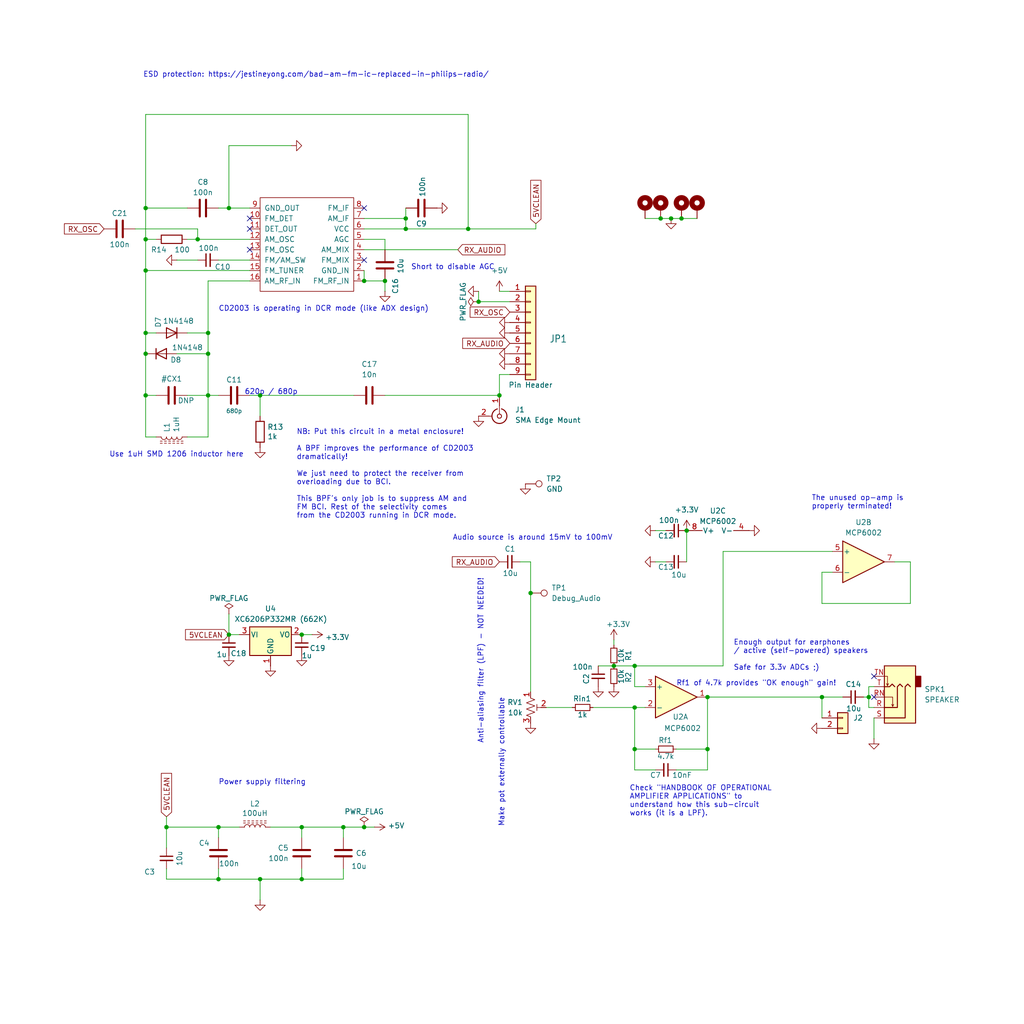
<source format=kicad_sch>
(kicad_sch (version 20231120) (generator "eeschema") (generator_version "8.0")
  (paper "User" 250.012 250.012)
  (title_block (title "Breakout board (BoB) for CD2003 (DCR Mode)") (date "2024-03-20") (rev "v4") (company "Dhiru Kholia (VU3CER)") (comment 1 "Based on ADX and ADX-S designs"))
  (lib_symbols
    (symbol "Amplifier_Operational:MCP6022" (pin_names (offset 0.127))
      (property "Reference" "U" (at 0 5.08 0))
      (property "Value" "MCP6022" (at 0 -5.08 0))
      (symbol "MCP6022_1_1"
        (polyline (pts (xy -5.08 5.08) (xy 5.08 0) (xy -5.08 -5.08) (xy -5.08 5.08)) (stroke (width 0.254)) (fill (type background)))
        (pin output line (at 7.62 0 180) (length 2.54) (name "~") (number "1"))
        (pin input line (at -7.62 -2.54 0) (length 2.54) (name "-") (number "2"))
        (pin input line (at -7.62 2.54 0) (length 2.54) (name "+") (number "3"))
      )
      (symbol "MCP6022_2_1"
        (polyline (pts (xy -5.08 5.08) (xy 5.08 0) (xy -5.08 -5.08) (xy -5.08 5.08)) (stroke (width 0.254)) (fill (type background)))
        (pin input line (at -7.62 2.54 0) (length 2.54) (name "+") (number "5"))
        (pin input line (at -7.62 -2.54 0) (length 2.54) (name "-") (number "6"))
        (pin output line (at 7.62 0 180) (length 2.54) (name "~") (number "7"))
      )
      (symbol "MCP6022_3_1"
        (pin power_in line (at -2.54 -7.62 90) (length 3.81) (name "V-") (number "4"))
        (pin power_in line (at -2.54 7.62 270) (length 3.81) (name "V+") (number "8"))
      )
    )
    (symbol "Connector:Conn_Coaxial" (pin_names (offset 1.016) hide)
      (property "Reference" "J" (at 0.254 3.048 0))
      (property "Value" "Conn_Coaxial" (at 2.921 0 90))
      (symbol "Conn_Coaxial_0_1"
        (arc (start -1.778 -0.508) (mid 0.2311 -1.8066) (end 1.778 0) (stroke (width 0.254)))
        (polyline (pts (xy -2.54 0) (xy -0.508 0)))
        (polyline (pts (xy 0 -2.54) (xy 0 -1.778)))
        (circle (center 0 0) (radius 0.508) (stroke (width 0.2032)))
        (arc (start 1.778 0) (mid 0.2099 1.8101) (end -1.778 0.508) (stroke (width 0.254)))
      )
      (symbol "Conn_Coaxial_1_1"
        (pin passive line (at -5.08 0 0) (length 2.54) (name "In") (number "1"))
        (pin passive line (at 0 -5.08 90) (length 2.54) (name "Ext") (number "2"))
      )
    )
    (symbol "Connector:TestPoint" (pin_numbers hide) (pin_names (offset 0.762) hide)
      (property "Reference" "TP" (at 0 6.858 0))
      (property "Value" "TestPoint" (at 0 5.08 0))
      (symbol "TestPoint_0_1"
        (circle (center 0 3.302) (radius 0.762))
      )
      (symbol "TestPoint_1_1"
        (pin passive line (at 0 0 90) (length 2.54) (name "1") (number "1"))
      )
    )
    (symbol "Connector_Audio:AudioJack3_SwitchTR"
      (property "Reference" "J" (at 0 8.89 0))
      (property "Value" "AudioJack3_SwitchTR" (at 0 6.35 0))
      (symbol "AudioJack3_SwitchTR_0_1"
        (rectangle (start -5.08 -5.08) (end -6.35 -7.62) (stroke (width 0.254)) (fill (type outline)))
        (polyline (pts (xy 0.508 -0.254) (xy 0.762 -0.762)))
        (polyline (pts (xy 1.778 -5.334) (xy 2.032 -5.842)))
        (polyline (pts (xy 0 -5.08) (xy 0.635 -5.715) (xy 1.27 -5.08) (xy 2.54 -5.08)) (stroke (width 0.254)))
        (polyline (pts (xy 2.54 -7.62) (xy 1.778 -7.62) (xy 1.778 -5.334) (xy 1.524 -5.842)))
        (polyline (pts (xy 2.54 -2.54) (xy 0.508 -2.54) (xy 0.508 -0.254) (xy 0.254 -0.762)))
        (polyline (pts (xy -1.905 -5.08) (xy -1.27 -5.715) (xy -0.635 -5.08) (xy -0.635 0) (xy 2.54 0)) (stroke (width 0.254)))
        (polyline (pts (xy 2.54 2.54) (xy -2.54 2.54) (xy -2.54 -5.08) (xy -3.175 -5.715) (xy -3.81 -5.08)) (stroke (width 0.254)))
        (rectangle (start 2.54 3.81) (end -5.08 -10.16) (stroke (width 0.254)) (fill (type background)))
      )
      (symbol "AudioJack3_SwitchTR_1_1"
        (pin passive line (at 5.08 0 180) (length 2.54) (name "~") (number "R"))
        (pin passive line (at 5.08 -2.54 180) (length 2.54) (name "~") (number "RN"))
        (pin passive line (at 5.08 2.54 180) (length 2.54) (name "~") (number "S"))
        (pin passive line (at 5.08 -5.08 180) (length 2.54) (name "~") (number "T"))
        (pin passive line (at 5.08 -7.62 180) (length 2.54) (name "~") (number "TN"))
      )
    )
    (symbol "Connector_Generic:Conn_01x02" (pin_names (offset 1.016) hide)
      (property "Reference" "J" (at 0 2.54 0))
      (property "Value" "Conn_01x02" (at 0 -5.08 0))
      (symbol "Conn_01x02_1_1"
        (rectangle (start -1.27 -2.413) (end 0 -2.667) (stroke (width 0.1524)))
        (rectangle (start -1.27 0.127) (end 0 -0.127) (stroke (width 0.1524)))
        (rectangle (start -1.27 1.27) (end 1.27 -3.81) (stroke (width 0.254)) (fill (type background)))
        (pin passive line (at -5.08 0 0) (length 3.81) (name "Pin_1") (number "1"))
        (pin passive line (at -5.08 -2.54 0) (length 3.81) (name "Pin_2") (number "2"))
      )
    )
    (symbol "Connector_Generic:Conn_01x09" (pin_names (offset 1.016) hide)
      (property "Reference" "J" (at 0 12.7 0))
      (property "Value" "Conn_01x09" (at 0 -12.7 0))
      (symbol "Conn_01x09_1_1"
        (rectangle (start -1.27 -10.033) (end 0 -10.287) (stroke (width 0.1524)))
        (rectangle (start -1.27 -7.493) (end 0 -7.747) (stroke (width 0.1524)))
        (rectangle (start -1.27 -4.953) (end 0 -5.207) (stroke (width 0.1524)))
        (rectangle (start -1.27 -2.413) (end 0 -2.667) (stroke (width 0.1524)))
        (rectangle (start -1.27 0.127) (end 0 -0.127) (stroke (width 0.1524)))
        (rectangle (start -1.27 2.667) (end 0 2.413) (stroke (width 0.1524)))
        (rectangle (start -1.27 5.207) (end 0 4.953) (stroke (width 0.1524)))
        (rectangle (start -1.27 7.747) (end 0 7.493) (stroke (width 0.1524)))
        (rectangle (start -1.27 10.287) (end 0 10.033) (stroke (width 0.1524)))
        (rectangle (start -1.27 11.43) (end 1.27 -11.43) (stroke (width 0.254)) (fill (type background)))
        (pin passive line (at -5.08 10.16 0) (length 3.81) (name "Pin_1") (number "1"))
        (pin passive line (at -5.08 7.62 0) (length 3.81) (name "Pin_2") (number "2"))
        (pin passive line (at -5.08 5.08 0) (length 3.81) (name "Pin_3") (number "3"))
        (pin passive line (at -5.08 2.54 0) (length 3.81) (name "Pin_4") (number "4"))
        (pin passive line (at -5.08 0 0) (length 3.81) (name "Pin_5") (number "5"))
        (pin passive line (at -5.08 -2.54 0) (length 3.81) (name "Pin_6") (number "6"))
        (pin passive line (at -5.08 -5.08 0) (length 3.81) (name "Pin_7") (number "7"))
        (pin passive line (at -5.08 -7.62 0) (length 3.81) (name "Pin_8") (number "8"))
        (pin passive line (at -5.08 -10.16 0) (length 3.81) (name "Pin_9") (number "9"))
      )
    )
    (symbol "D_1" (pin_numbers hide) (pin_names (offset 1.016) hide)
      (property "Reference" "D" (at 0 2.54 0))
      (property "Value" "D" (at 0 -2.54 0))
      (symbol "D_1_0_1"
        (polyline (pts (xy -1.27 1.27) (xy -1.27 -1.27)) (stroke (width 0.254)))
        (polyline (pts (xy 1.27 0) (xy -1.27 0)))
        (polyline (pts (xy 1.27 1.27) (xy 1.27 -1.27) (xy -1.27 0) (xy 1.27 1.27)) (stroke (width 0.254)))
      )
      (symbol "D_1_1_1"
        (pin passive line (at -3.81 0 0) (length 2.54) (name "K") (number "1"))
        (pin passive line (at 3.81 0 180) (length 2.54) (name "A") (number "2"))
      )
    )
    (symbol "Device:C" (pin_numbers hide) (pin_names (offset 0.254))
      (property "Reference" "C" (at 0.635 2.54 0))
      (property "Value" "C" (at 0.635 -2.54 0))
      (symbol "C_0_1"
        (polyline (pts (xy -2.032 -0.762) (xy 2.032 -0.762)) (stroke (width 0.508)))
        (polyline (pts (xy -2.032 0.762) (xy 2.032 0.762)) (stroke (width 0.508)))
      )
      (symbol "C_1_1"
        (pin passive line (at 0 3.81 270) (length 2.794) (name "~") (number "1"))
        (pin passive line (at 0 -3.81 90) (length 2.794) (name "~") (number "2"))
      )
    )
    (symbol "Device:C_Small" (pin_numbers hide) (pin_names (offset 0.254) hide)
      (property "Reference" "C" (at 0.254 1.778 0))
      (property "Value" "C_Small" (at 0.254 -2.032 0))
      (symbol "C_Small_0_1"
        (polyline (pts (xy -1.524 -0.508) (xy 1.524 -0.508)) (stroke (width 0.3302)))
        (polyline (pts (xy -1.524 0.508) (xy 1.524 0.508)) (stroke (width 0.3048)))
      )
      (symbol "C_Small_1_1"
        (pin passive line (at 0 2.54 270) (length 2.032) (name "~") (number "1"))
        (pin passive line (at 0 -2.54 90) (length 2.032) (name "~") (number "2"))
      )
    )
    (symbol "Device:D" (pin_numbers hide) (pin_names (offset 1.016) hide)
      (property "Reference" "D" (at 0 2.54 0))
      (property "Value" "D" (at 0 -2.54 0))
      (symbol "D_0_1"
        (polyline (pts (xy -1.27 1.27) (xy -1.27 -1.27)) (stroke (width 0.254)))
        (polyline (pts (xy 1.27 0) (xy -1.27 0)))
        (polyline (pts (xy 1.27 1.27) (xy 1.27 -1.27) (xy -1.27 0) (xy 1.27 1.27)) (stroke (width 0.254)))
      )
      (symbol "D_1_1"
        (pin passive line (at -3.81 0 0) (length 2.54) (name "K") (number "1"))
        (pin passive line (at 3.81 0 180) (length 2.54) (name "A") (number "2"))
      )
    )
    (symbol "Device:L_Ferrite" (pin_numbers hide) (pin_names (offset 1.016) hide)
      (property "Reference" "L" (at -1.27 0 90))
      (property "Value" "L_Ferrite" (at 2.794 0 90))
      (symbol "L_Ferrite_0_1"
        (arc (start 0 -2.54) (mid 0.6323 -1.905) (end 0 -1.27))
        (arc (start 0 -1.27) (mid 0.6323 -0.635) (end 0 0))
        (polyline (pts (xy 1.016 -2.794) (xy 1.016 -2.286)))
        (polyline (pts (xy 1.016 -1.778) (xy 1.016 -1.27)))
        (polyline (pts (xy 1.016 -0.762) (xy 1.016 -0.254)))
        (polyline (pts (xy 1.016 0.254) (xy 1.016 0.762)))
        (polyline (pts (xy 1.016 1.27) (xy 1.016 1.778)))
        (polyline (pts (xy 1.016 2.286) (xy 1.016 2.794)))
        (polyline (pts (xy 1.524 -2.286) (xy 1.524 -2.794)))
        (polyline (pts (xy 1.524 -1.27) (xy 1.524 -1.778)))
        (polyline (pts (xy 1.524 -0.254) (xy 1.524 -0.762)))
        (polyline (pts (xy 1.524 0.762) (xy 1.524 0.254)))
        (polyline (pts (xy 1.524 1.778) (xy 1.524 1.27)))
        (polyline (pts (xy 1.524 2.794) (xy 1.524 2.286)))
        (arc (start 0 0) (mid 0.6323 0.635) (end 0 1.27))
        (arc (start 0 1.27) (mid 0.6323 1.905) (end 0 2.54))
      )
      (symbol "L_Ferrite_1_1"
        (pin passive line (at 0 3.81 270) (length 1.27) (name "1") (number "1"))
        (pin passive line (at 0 -3.81 90) (length 1.27) (name "2") (number "2"))
      )
    )
    (symbol "Device:R" (pin_numbers hide) (pin_names (offset 0))
      (property "Reference" "R" (at 2.032 0 90))
      (property "Value" "R" (at 0 0 90))
      (symbol "R_0_1"
        (rectangle (start -1.016 -2.54) (end 1.016 2.54) (stroke (width 0.254)))
      )
      (symbol "R_1_1"
        (pin passive line (at 0 3.81 270) (length 1.27) (name "~") (number "1"))
        (pin passive line (at 0 -3.81 90) (length 1.27) (name "~") (number "2"))
      )
    )
    (symbol "Device:R_Potentiometer_Trim_US" (pin_names (offset 1.016) hide)
      (property "Reference" "RV" (at -4.445 0 90))
      (property "Value" "R_Potentiometer_Trim_US" (at -2.54 0 90))
      (symbol "R_Potentiometer_Trim_US_0_1"
        (polyline (pts (xy 0 -2.286) (xy 0 -2.54)))
        (polyline (pts (xy 0 2.286) (xy 0 2.54)))
        (polyline (pts (xy 1.524 0.762) (xy 1.524 -0.762)))
        (polyline (pts (xy 2.54 0) (xy 1.524 0)))
        (polyline (pts (xy 0 -0.762) (xy 1.016 -1.143) (xy 0 -1.524) (xy -1.016 -1.905) (xy 0 -2.286)))
        (polyline (pts (xy 0 0.762) (xy 1.016 0.381) (xy 0 0) (xy -1.016 -0.381) (xy 0 -0.762)))
        (polyline (pts (xy 0 2.286) (xy 1.016 1.905) (xy 0 1.524) (xy -1.016 1.143) (xy 0 0.762)))
      )
      (symbol "R_Potentiometer_Trim_US_1_1"
        (pin passive line (at 0 3.81 270) (length 1.27) (name "1") (number "1"))
        (pin passive line (at 3.81 0 180) (length 1.27) (name "2") (number "2"))
        (pin passive line (at 0 -3.81 90) (length 1.27) (name "3") (number "3"))
      )
    )
    (symbol "Device:R_Small" (pin_numbers hide) (pin_names (offset 0.254) hide)
      (property "Reference" "R" (at 0.762 0.508 0))
      (property "Value" "R_Small" (at 0.762 -1.016 0))
      (symbol "R_Small_0_1"
        (rectangle (start -0.762 1.778) (end 0.762 -1.778) (stroke (width 0.2032)))
      )
      (symbol "R_Small_1_1"
        (pin passive line (at 0 2.54 270) (length 0.762) (name "~") (number "1"))
        (pin passive line (at 0 -2.54 90) (length 0.762) (name "~") (number "2"))
      )
    )
    (symbol "Mechanical:MountingHole_Pad" (pin_numbers hide) (pin_names (offset 1.016) hide)
      (property "Reference" "H" (at 0 6.35 0))
      (property "Value" "MountingHole_Pad" (at 0 4.445 0))
      (symbol "MountingHole_Pad_0_1"
        (circle (center 0 1.27) (radius 1.27) (stroke (width 1.27)))
      )
      (symbol "MountingHole_Pad_1_1"
        (pin input line (at 0 -2.54 90) (length 2.54) (name "1") (number "1"))
      )
    )
    (symbol "Regulator_Linear:MCP1700x-330xxTT" (pin_names (offset 0.254))
      (property "Reference" "U" (at -3.81 3.175 0))
      (property "Value" "MCP1700x-330xxTT" (at 0 3.175 0))
      (symbol "MCP1700x-330xxTT_0_1"
        (rectangle (start -5.08 1.905) (end 5.08 -5.08) (stroke (width 0.254)) (fill (type background)))
      )
      (symbol "MCP1700x-330xxTT_1_1"
        (pin power_in line (at 0 -7.62 90) (length 2.54) (name "GND") (number "1"))
        (pin power_out line (at 7.62 0 180) (length 2.54) (name "VO") (number "2"))
        (pin power_in line (at -7.62 0 0) (length 2.54) (name "VI") (number "3"))
      )
    )
    (symbol "cd2003gb_gp_fixed:CD2003GB_GP_Fixed" (pin_names (offset 1.016))
      (symbol "CD2003GB_GP_Fixed_0_1"
        (rectangle (start -11.43 17.78) (end 11.43 -5.08))
      )
      (symbol "CD2003GB_GP_Fixed_1_1"
        (pin input line (at -8.89 -7.62 90) (length 2.54) (name "FM_RF_IN") (number "1"))
        (pin input line (at 6.35 20.32 270) (length 2.54) (name "FM_DET") (number "10"))
        (pin input line (at 3.81 20.32 270) (length 2.54) (name "DET_OUT") (number "11"))
        (pin input line (at 1.27 20.32 270) (length 2.54) (name "AM_OSC") (number "12"))
        (pin input line (at -1.27 20.32 270) (length 2.54) (name "FM_OSC") (number "13"))
        (pin input line (at -3.81 20.32 270) (length 2.54) (name "FM/AM_SW") (number "14"))
        (pin input line (at -6.35 20.32 270) (length 2.54) (name "FM_TUNER") (number "15"))
        (pin input line (at -8.89 20.32 270) (length 2.54) (name "AM_RF_IN") (number "16"))
        (pin input line (at -6.35 -7.62 90) (length 2.54) (name "GND_IN") (number "2"))
        (pin input line (at -3.81 -7.62 90) (length 2.54) (name "FM_MIX") (number "3"))
        (pin input line (at -1.27 -7.62 90) (length 2.54) (name "AM_MIX") (number "4"))
        (pin passive line (at 1.27 -7.62 90) (length 2.54) (name "AGC") (number "5"))
        (pin input line (at 3.81 -7.62 90) (length 2.54) (name "VCC") (number "6"))
        (pin input line (at 6.35 -7.62 90) (length 2.54) (name "AM_IF") (number "7"))
        (pin input line (at 8.89 -7.62 90) (length 2.54) (name "FM_IF") (number "8"))
        (pin input line (at 8.89 20.32 270) (length 2.54) (name "GND_OUT") (number "9"))
      )
    )
    (symbol "power:+3.3V" (power) (pin_numbers hide) (pin_names (offset 0) hide)
      (property "Value" "+3.3V" (at 0 3.556 0))
      (symbol "+3.3V_0_1"
        (polyline (pts (xy -0.762 1.27) (xy 0 2.54)))
        (polyline (pts (xy 0 0) (xy 0 2.54)))
        (polyline (pts (xy 0 2.54) (xy 0.762 1.27)))
      )
      (symbol "+3.3V_1_1"
        (pin power_in line (at 0 0 90) (length 0) (name "~") (number "1"))
      )
    )
    (symbol "power:+5V" (power) (pin_numbers hide) (pin_names (offset 0) hide)
      (property "Value" "+5V" (at 0 3.556 0))
      (symbol "+5V_0_1"
        (polyline (pts (xy -0.762 1.27) (xy 0 2.54)))
        (polyline (pts (xy 0 0) (xy 0 2.54)))
        (polyline (pts (xy 0 2.54) (xy 0.762 1.27)))
      )
      (symbol "+5V_1_1"
        (pin power_in line (at 0 0 90) (length 0) (name "~") (number "1"))
      )
    )
    (symbol "power:GND" (power) (pin_numbers hide) (pin_names (offset 0) hide)
      (property "Value" "GND" (at 0 -3.81 0))
      (symbol "GND_0_1"
        (polyline (pts (xy 0 0) (xy 0 -1.27) (xy 1.27 -1.27) (xy 0 -2.54) (xy -1.27 -1.27) (xy 0 -1.27)))
      )
      (symbol "GND_1_1"
        (pin power_in line (at 0 0 270) (length 0) (name "~") (number "1"))
      )
    )
    (symbol "power:PWR_FLAG" (power) (pin_numbers hide) (pin_names (offset 0) hide)
      (property "Value" "PWR_FLAG" (at 0 3.81 0))
      (symbol "PWR_FLAG_0_0"
        (pin power_out line (at 0 0 90) (length 0) (name "~") (number "1"))
      )
      (symbol "PWR_FLAG_0_1"
        (polyline (pts (xy 0 0) (xy 0 1.27) (xy -1.016 1.905) (xy 0 2.54) (xy 1.016 1.905) (xy 0 1.27)))
      )
    )
  )
  (junction (at 121.92 96.52))
  (junction (at 50.8 86.36))
  (junction (at 116.84 73.66))
  (junction (at 50.8 96.52))
  (junction (at 88.9 68.58))
  (junction (at 73.66 201.93))
  (junction (at 154.94 182.88))
  (junction (at 50.8 81.28))
  (junction (at 154.94 162.56))
  (junction (at 63.5 214.63))
  (junction (at 35.56 96.52))
  (junction (at 53.34 201.93))
  (junction (at 149.86 162.56))
  (junction (at 88.9 201.93))
  (junction (at 55.88 154.94))
  (junction (at 129.54 144.78))
  (junction (at 48.26 58.42))
  (junction (at 73.66 154.94))
  (junction (at 212.09 170.18))
  (junction (at 99.06 53.34))
  (junction (at 35.56 86.36))
  (junction (at 200.66 170.18))
  (junction (at 55.88 50.8))
  (junction (at 93.98 68.58))
  (junction (at 99.06 55.88))
  (junction (at 40.64 201.93))
  (junction (at 83.82 201.93))
  (junction (at 172.72 170.18))
  (junction (at 114.3 55.88))
  (junction (at 161.29 53.34))
  (junction (at 73.66 214.63))
  (junction (at 172.72 182.88))
  (junction (at 53.34 214.63))
  (junction (at 167.64 129.54))
  (junction (at 35.56 66.04))
  (junction (at 35.56 50.8))
  (junction (at 35.56 58.42))
  (junction (at 154.94 172.72))
  (junction (at 166.37 53.34))
  (junction (at 163.83 53.34))
  (junction (at 63.5 96.52))
  (junction (at 35.56 81.28))
  (no_connect (at 213.36 170.18))
  (no_connect (at 60.96 60.96))
  (no_connect (at 88.9 63.5))
  (no_connect (at 213.36 165.1))
  (no_connect (at 60.96 55.88))
  (no_connect (at 60.96 53.34))
  (no_connect (at 88.9 50.8))
  (wire (pts (xy 121.92 96.52) (xy 121.92 91.44)))
  (wire (pts (xy 73.66 154.94) (xy 76.2 154.94)))
  (wire (pts (xy 222.25 137.16) (xy 222.25 147.32)))
  (wire (pts (xy 157.48 53.34) (xy 161.29 53.34)))
  (wire (pts (xy 50.8 96.52) (xy 53.34 96.52)))
  (wire (pts (xy 154.94 187.96) (xy 160.02 187.96)))
  (wire (pts (xy 212.09 172.72) (xy 212.09 170.18)))
  (wire (pts (xy 53.34 50.8) (xy 55.88 50.8)))
  (wire (pts (xy 121.92 71.12) (xy 124.46 71.12)))
  (wire (pts (xy 60.96 96.52) (xy 63.5 96.52)))
  (wire (pts (xy 53.34 214.63) (xy 63.5 214.63)))
  (wire (pts (xy 45.72 81.28) (xy 50.8 81.28)))
  (wire (pts (xy 165.1 187.96) (xy 172.72 187.96)))
  (wire (pts (xy 63.5 101.6) (xy 63.5 96.52)))
  (wire (pts (xy 93.98 68.58) (xy 93.98 71.12)))
  (wire (pts (xy 210.82 170.18) (xy 212.09 170.18)))
  (wire (pts (xy 114.3 55.88) (xy 130.81 55.88)))
  (wire (pts (xy 162.56 129.54) (xy 160.02 129.54)))
  (wire (pts (xy 40.64 201.93) (xy 40.64 207.01)))
  (wire (pts (xy 165.1 182.88) (xy 172.72 182.88)))
  (wire (pts (xy 83.82 212.09) (xy 83.82 214.63)))
  (wire (pts (xy 38.1 81.28) (xy 35.56 81.28)))
  (wire (pts (xy 121.92 91.44) (xy 124.46 91.44)))
  (wire (pts (xy 55.88 50.8) (xy 55.88 35.56)))
  (wire (pts (xy 162.56 137.16) (xy 160.02 137.16)))
  (wire (pts (xy 203.2 139.7) (xy 200.66 139.7)))
  (wire (pts (xy 55.88 35.56) (xy 71.12 35.56)))
  (wire (pts (xy 35.56 96.52) (xy 38.1 96.52)))
  (wire (pts (xy 40.64 201.93) (xy 53.34 201.93)))
  (wire (pts (xy 154.94 182.88) (xy 154.94 172.72)))
  (wire (pts (xy 40.64 212.09) (xy 40.64 214.63)))
  (wire (pts (xy 129.54 137.16) (xy 129.54 144.78)))
  (wire (pts (xy 63.5 214.63) (xy 73.66 214.63)))
  (wire (pts (xy 154.94 162.56) (xy 154.94 167.64)))
  (wire (pts (xy 93.98 96.52) (xy 121.92 96.52)))
  (wire (pts (xy 83.82 201.93) (xy 88.9 201.93)))
  (wire (pts (xy 154.94 167.64) (xy 157.48 167.64)))
  (wire (pts (xy 35.56 50.8) (xy 45.72 50.8)))
  (wire (pts (xy 133.35 172.72) (xy 139.7 172.72)))
  (wire (pts (xy 60.96 50.8) (xy 55.88 50.8)))
  (wire (pts (xy 55.88 149.86) (xy 55.88 154.94)))
  (wire (pts (xy 73.66 201.93) (xy 73.66 204.47)))
  (wire (pts (xy 213.36 175.26) (xy 213.36 180.34)))
  (wire (pts (xy 116.84 71.12) (xy 116.84 73.66)))
  (wire (pts (xy 99.06 50.8) (xy 99.06 53.34)))
  (wire (pts (xy 53.34 63.5) (xy 60.96 63.5)))
  (wire (pts (xy 88.9 53.34) (xy 99.06 53.34)))
  (wire (pts (xy 154.94 162.56) (xy 176.53 162.56)))
  (wire (pts (xy 83.82 201.93) (xy 83.82 204.47)))
  (wire (pts (xy 73.66 201.93) (xy 83.82 201.93)))
  (wire (pts (xy 218.44 137.16) (xy 222.25 137.16)))
  (wire (pts (xy 200.66 147.32) (xy 222.25 147.32)))
  (wire (pts (xy 212.09 167.64) (xy 213.36 167.64)))
  (wire (pts (xy 200.66 170.18) (xy 205.74 170.18)))
  (wire (pts (xy 50.8 86.36) (xy 50.8 81.28)))
  (wire (pts (xy 129.54 144.78) (xy 129.54 168.91)))
  (wire (pts (xy 213.36 172.72) (xy 212.09 172.72)))
  (wire (pts (xy 176.53 134.62) (xy 176.53 162.56)))
  (wire (pts (xy 35.56 58.42) (xy 35.56 50.8)))
  (wire (pts (xy 99.06 53.34) (xy 99.06 55.88)))
  (wire (pts (xy 53.34 204.47) (xy 53.34 201.93)))
  (wire (pts (xy 50.8 96.52) (xy 50.8 86.36)))
  (wire (pts (xy 144.78 172.72) (xy 154.94 172.72)))
  (wire (pts (xy 35.56 66.04) (xy 35.56 58.42)))
  (wire (pts (xy 146.05 162.56) (xy 149.86 162.56)))
  (wire (pts (xy 166.37 53.34) (xy 170.18 53.34)))
  (wire (pts (xy 88.9 60.96) (xy 111.76 60.96)))
  (wire (pts (xy 50.8 68.58) (xy 60.96 68.58)))
  (wire (pts (xy 43.18 86.36) (xy 50.8 86.36)))
  (wire (pts (xy 114.3 27.94) (xy 114.3 55.88)))
  (wire (pts (xy 200.66 170.18) (xy 200.66 175.26)))
  (wire (pts (xy 43.18 63.5) (xy 48.26 63.5)))
  (wire (pts (xy 35.56 96.52) (xy 35.56 86.36)))
  (wire (pts (xy 176.53 134.62) (xy 203.2 134.62)))
  (wire (pts (xy 73.66 212.09) (xy 73.66 214.63)))
  (wire (pts (xy 154.94 187.96) (xy 154.94 182.88)))
  (wire (pts (xy 160.02 182.88) (xy 154.94 182.88)))
  (wire (pts (xy 161.29 53.34) (xy 163.83 53.34)))
  (wire (pts (xy 35.56 81.28) (xy 35.56 86.36)))
  (wire (pts (xy 35.56 66.04) (xy 60.96 66.04)))
  (wire (pts (xy 88.9 68.58) (xy 93.98 68.58)))
  (wire (pts (xy 154.94 172.72) (xy 157.48 172.72)))
  (wire (pts (xy 127 137.16) (xy 129.54 137.16)))
  (wire (pts (xy 212.09 170.18) (xy 212.09 167.64)))
  (wire (pts (xy 116.84 73.66) (xy 124.46 73.66)))
  (wire (pts (xy 35.56 50.8) (xy 35.56 27.94)))
  (wire (pts (xy 48.26 58.42) (xy 60.96 58.42)))
  (wire (pts (xy 88.9 55.88) (xy 99.06 55.88)))
  (wire (pts (xy 38.1 106.68) (xy 35.56 106.68)))
  (wire (pts (xy 163.83 53.34) (xy 166.37 53.34)))
  (wire (pts (xy 200.66 139.7) (xy 200.66 147.32)))
  (wire (pts (xy 50.8 68.58) (xy 50.8 81.28)))
  (wire (pts (xy 53.34 212.09) (xy 53.34 214.63)))
  (wire (pts (xy 35.56 27.94) (xy 114.3 27.94)))
  (wire (pts (xy 38.1 58.42) (xy 35.56 58.42)))
  (wire (pts (xy 63.5 219.71) (xy 63.5 214.63)))
  (wire (pts (xy 172.72 187.96) (xy 172.72 182.88)))
  (wire (pts (xy 45.72 106.68) (xy 50.8 106.68)))
  (wire (pts (xy 40.64 199.39) (xy 40.64 201.93)))
  (wire (pts (xy 35.56 66.04) (xy 35.56 81.28)))
  (wire (pts (xy 45.72 96.52) (xy 50.8 96.52)))
  (wire (pts (xy 149.86 162.56) (xy 154.94 162.56)))
  (wire (pts (xy 99.06 55.88) (xy 114.3 55.88)))
  (wire (pts (xy 50.8 96.52) (xy 50.8 106.68)))
  (wire (pts (xy 35.56 96.52) (xy 35.56 106.68)))
  (wire (pts (xy 40.64 214.63) (xy 53.34 214.63)))
  (wire (pts (xy 33.02 55.88) (xy 48.26 55.88)))
  (wire (pts (xy 55.88 154.94) (xy 58.42 154.94)))
  (wire (pts (xy 93.98 58.42) (xy 93.98 60.96)))
  (wire (pts (xy 149.86 156.21) (xy 149.86 157.48)))
  (wire (pts (xy 45.72 58.42) (xy 48.26 58.42)))
  (wire (pts (xy 130.81 54.61) (xy 130.81 55.88)))
  (wire (pts (xy 73.66 214.63) (xy 83.82 214.63)))
  (wire (pts (xy 172.72 170.18) (xy 172.72 182.88)))
  (wire (pts (xy 48.26 55.88) (xy 48.26 58.42)))
  (wire (pts (xy 88.9 66.04) (xy 88.9 68.58)))
  (wire (pts (xy 167.64 129.54) (xy 167.64 137.16)))
  (wire (pts (xy 53.34 201.93) (xy 58.42 201.93)))
  (wire (pts (xy 88.9 201.93) (xy 91.44 201.93)))
  (wire (pts (xy 66.04 201.93) (xy 73.66 201.93)))
  (wire (pts (xy 88.9 58.42) (xy 93.98 58.42)))
  (wire (pts (xy 63.5 96.52) (xy 86.36 96.52)))
  (wire (pts (xy 172.72 170.18) (xy 200.66 170.18)))
  (text "The unused op-amp is \nproperly terminated!" (at 198.12 124.46 0) (effects (font (size 1.27 1.27)) (justify left bottom)))
  (text "Rf1 of 4.7k provides \"OK enough\" gain!" (at 165.1 167.64 0) (effects (font (size 1.27 1.27)) (justify left bottom)))
  (text "Use 1uH SMD 1206 inductor here" (at 26.67 111.76 0) (effects (font (size 1.27 1.27)) (justify left bottom)))
  (text "Check \"HANDBOOK OF OPERATIONAL\nAMPLIFIER APPLICATIONS\" to \nunderstand how this sub-circuit\nworks (it is a LPF)." (at 153.67 199.39 0) (effects (font (size 1.27 1.27)) (justify left bottom)))
  (text "Short to disable AGC" (at 100.33 66.04 0) (effects (font (size 1.27 1.27)) (justify left bottom)))
  (text "NB: Put this circuit in a metal enclosure!\n\nA BPF improves the performance of CD2003\ndramatically!\n\nWe just need to protect the receiver from\noverloading due to BCI.\n\nThis BPF's only job is to suppress AM and \nFM BCI. Rest of the selectivity comes\nfrom the CD2003 running in DCR mode.\n\n\n" (at 72.39 130.81 0) (effects (font (size 1.27 1.27)) (justify left bottom)))
  (text "Enough output for earphones \n/ active (self-powered) speakers\n\nSafe for 3.3v ADCs ;)" (at 179.07 163.83 0) (effects (font (size 1.27 1.27)) (justify left bottom)))
  (text "Power supply filtering" (at 53.34 191.77 0) (effects (font (size 1.27 1.27)) (justify left bottom)))
  (text "Audio source is around 15mV to 100mV" (at 110.49 132.08 0) (effects (font (size 1.27 1.27)) (justify left bottom)))
  (text "620p / 680p" (at 59.69 96.52 0) (effects (font (size 1.27 1.27)) (justify left bottom)))
  (text "Make pot externally controllable" (at 123.19 201.93 90) (effects (font (size 1.27 1.27)) (justify left bottom)))
  (text "CD2003 is operating in DCR mode (like ADX design)" (at 53.34 76.2 0) (effects (font (size 1.27 1.27)) (justify left bottom)))
  (text "Anti-aliasing filter (LPF) - NOT NEEDED!" (at 118.11 181.61 90) (effects (font (size 1.27 1.27)) (justify left bottom)))
  (text "ESD protection: https://jestineyong.com/bad-am-fm-ic-replaced-in-philips-radio/" (at 119.38 19.05 0) (effects (font (size 1.27 1.27)) (justify right bottom)))
  (global_label "RX_AUDIO" (shape input) (at 124.46 83.82 180) (property "Intersheetrefs" "${INTERSHEET_REFS}" (effects (hide yes))))
  (global_label "RX_OSC" (shape input) (at 25.4 55.88 180) (property "Intersheetrefs" "${INTERSHEET_REFS}" (effects (hide yes))))
  (global_label "5VCLEAN" (shape input) (at 55.88 154.94 180) (property "Intersheetrefs" "${INTERSHEET_REFS}" (effects (hide yes))))
  (global_label "RX_AUDIO" (shape input) (at 111.76 60.96 0) (property "Intersheetrefs" "${INTERSHEET_REFS}" (effects (hide yes))))
  (global_label "5VCLEAN" (shape input) (at 130.81 54.61 90) (property "Intersheetrefs" "${INTERSHEET_REFS}" (effects (hide yes))))
  (global_label "5VCLEAN" (shape input) (at 40.64 199.39 90) (property "Intersheetrefs" "${INTERSHEET_REFS}" (effects (hide yes))))
  (global_label "RX_AUDIO" (shape input) (at 121.92 137.16 180) (property "Intersheetrefs" "${INTERSHEET_REFS}" (effects (hide yes))))
  (global_label "RX_OSC" (shape input) (at 124.46 76.2 180) (property "Intersheetrefs" "${INTERSHEET_REFS}" (effects (hide yes))))
  (symbol (lib_id "power:+5V") (at 121.92 71.12 0) (unit 1)
    (property "Reference" "#PWR0107" (effects (hide yes)))
    (property "Value" "+5V" (at 121.92 66.04 0))
    (property "Description" "Power symbol creates a global label with name \"+5V\"" (effects (hide yes)))
  )
  (symbol (lib_id "Device:L_Ferrite") (at 41.91 106.68 270) (unit 1)
    (property "Reference" "L1" (at 40.7416 105.5624 0) (effects (justify right)))
    (property "Value" "1uH" (at 43.053 105.5624 0) (effects (justify right)))
    (property "Footprint" "Inductor_SMD:L_1206_3216Metric_Pad1.22x1.90mm_HandSolder" (effects (hide yes)))
  )
  (symbol (lib_id "Device:C_Small") (at 165.1 137.16 270) (unit 1)
    (property "Reference" "C13" (at 162.56 138.43 90))
    (property "Value" "10u" (at 165.735 140.335 90))
    (property "Footprint" "Capacitor_SMD:C_1206_3216Metric_Pad1.33x1.80mm_HandSolder" (effects (hide yes)))
    (property "Sim.Device" "SPICE" (effects (hide yes)))
    (property "Sim.Params" "type=\"\" model=\"10u\" lib=\"\"" (effects (hide yes)))
    (property "Sim.Pins" "1=1 2=2" (effects (hide yes)))
  )
  (symbol (lib_id "Device:C") (at 93.98 64.77 0) (unit 1)
    (property "Reference" "C16" (at 96.52 69.85 90))
    (property "Value" " 10u" (at 97.79 65.405 90))
    (property "Footprint" "Capacitor_SMD:C_1206_3216Metric_Pad1.33x1.80mm_HandSolder" (effects (hide yes)))
  )
  (symbol (lib_id "Device:C") (at 102.87 50.8 90) (unit 1)
    (property "Reference" "C9" (at 102.87 54.61 90))
    (property "Value" "100n" (at 103.124 45.593 0))
    (property "Footprint" "Capacitor_SMD:C_1206_3216Metric_Pad1.33x1.80mm_HandSolder" (effects (hide yes)))
  )
  (symbol (lib_id "cd2003gb_gp_fixed:CD2003GB_GP_Fixed") (at 81.28 59.69 90) (unit 1)
    (property "Reference" "U1" (effects (hide yes)))
    (property "Value" "CD2003GB_GP" (effects (hide yes)))
    (property "Footprint" "Package_DIP:DIP-16_W7.62mm_Socket" (effects (hide yes)))
  )
  (symbol (lib_id "Device:C") (at 29.21 55.88 270) (unit 1)
    (property "Reference" "C21" (at 29.21 52.07 90))
    (property "Value" "100n" (at 29.21 59.69 90))
    (property "Footprint" "Capacitor_SMD:C_1206_3216Metric_Pad1.33x1.80mm_HandSolder" (effects (hide yes)))
  )
  (symbol (lib_id "Connector_Audio:AudioJack3_SwitchTR") (at 218.44 172.72 180) (unit 1)
    (property "Reference" "SPK1" (at 225.679 168.2749 0) (effects (justify right)))
    (property "Value" "SPEAKER" (at 225.679 170.8149 0) (effects (justify right)))
    (property "Footprint" "footprints:PJ-307_Modded" (effects (hide yes)))
  )
  (symbol (lib_id "Device:C_Small") (at 50.8 63.5 90) (unit 1)
    (property "Reference" "C10" (at 54.356 65.151 90))
    (property "Value" "100n" (at 50.927 60.579 90))
    (property "Footprint" "Capacitor_SMD:C_1206_3216Metric_Pad1.33x1.80mm_HandSolder" (effects (hide yes)))
  )
  (symbol (lib_id "power:GND") (at 182.88 129.54 90) (unit 1)
    (property "Reference" "#PWR019" (effects (hide yes)))
    (property "Value" "GND" (effects (hide yes)))
    (property "Description" "Power symbol creates a global label with name \"GND\" , ground" (effects (hide yes)))
  )
  (symbol (lib_id "power:+3.3V") (at 76.2 154.94 270) (unit 1)
    (property "Reference" "#PWR025" (effects (hide yes)))
    (property "Value" "+3.3V" (at 79.375 155.575 90) (effects (justify left)))
  )
  (symbol (lib_id "Device:R_Small") (at 162.56 182.88 270) (unit 1)
    (property "Reference" "Rf1" (at 162.433 180.721 90))
    (property "Value" "4.7k" (at 162.5092 184.6326 90))
    (property "Footprint" "Resistor_SMD:R_1206_3216Metric_Pad1.30x1.75mm_HandSolder" (effects (hide yes)))
  )
  (symbol (lib_id "power:GND") (at 160.02 137.16 270) (unit 1)
    (property "Reference" "#PWR010" (effects (hide yes)))
    (property "Value" "GND" (effects (hide yes)))
    (property "Description" "Power symbol creates a global label with name \"GND\" , ground" (effects (hide yes)))
  )
  (symbol (lib_id "power:PWR_FLAG") (at 116.84 73.66 90) (unit 1)
    (property "Reference" "#FLG01" (effects (hide yes)))
    (property "Value" "PWR_FLAG" (at 113.03 73.66 0))
    (property "Description" "Special symbol for telling ERC where power comes from" (effects (hide yes)))
  )
  (symbol (lib_id "power:+3.3V") (at 167.64 129.54 0) (unit 1)
    (property "Reference" "#PWR015" (effects (hide yes)))
    (property "Value" "+3.3V" (at 167.64 124.46 0))
    (property "Description" "Power symbol creates a global label with name \"+3.3V\"" (effects (hide yes)))
  )
  (symbol (lib_id "power:GND") (at 71.12 35.56 90) (unit 1)
    (property "Reference" "#PWR0132" (effects (hide yes)))
    (property "Value" "GND" (effects (hide yes)))
    (property "Description" "Power symbol creates a global label with name \"GND\" , ground" (effects (hide yes)))
  )
  (symbol (lib_id "power:GND") (at 116.84 71.12 270) (unit 1)
    (property "Reference" "#U$0101" (effects (hide yes)))
    (property "Value" "GND" (effects (hide yes)))
    (property "Footprint" "Adafruit Si5351A:" (effects (hide yes)))
    (property "Description" "Power symbol creates a global label with name \"GND\" , ground" (effects (hide yes)))
  )
  (symbol (lib_id "Connector:TestPoint") (at 129.54 144.78 270) (unit 1)
    (property "Reference" "TP1" (at 134.62 143.51 90) (effects (justify left)))
    (property "Value" "Debug_Audio" (at 134.62 146.05 90) (effects (justify left)))
    (property "Footprint" "TestPoint:TestPoint_THTPad_2.0x2.0mm_Drill1.0mm" (effects (hide yes)))
  )
  (symbol (lib_id "Device:D") (at 39.37 86.36 0) (unit 1)
    (property "Reference" "D8" (at 42.926 87.8586 0))
    (property "Value" "1N4148" (at 45.7454 84.836 0))
    (property "Footprint" "Diode_THT:D_DO-35_SOD27_P2.54mm_Vertical_KathodeUp" (effects (hide yes)))
    (property "Sim.Device" "D" (effects (hide yes)))
    (property "Sim.Pins" "1=K 2=A" (effects (hide yes)))
  )
  (symbol (lib_id "power:PWR_FLAG") (at 88.9 201.93 0) (unit 1)
    (property "Reference" "#FLG02" (effects (hide yes)))
    (property "Value" "PWR_FLAG" (at 88.9 198.12 0))
    (property "Description" "Special symbol for telling ERC where power comes from" (effects (hide yes)))
  )
  (symbol (lib_id "Device:C") (at 83.82 208.28 0) (mirror y) (unit 1)
    (property "Reference" "C6" (at 89.535 208.28 0) (effects (justify left)))
    (property "Value" "10u" (at 89.535 211.455 0) (effects (justify left)))
    (property "Footprint" "Capacitor_SMD:C_1206_3216Metric_Pad1.33x1.80mm_HandSolder" (effects (hide yes)))
  )
  (symbol (lib_id "power:GND") (at 146.05 167.64 0) (unit 1)
    (property "Reference" "#PWR08" (effects (hide yes)))
    (property "Value" "GND" (effects (hide yes)))
    (property "Description" "Power symbol creates a global label with name \"GND\" , ground" (effects (hide yes)))
  )
  (symbol (lib_id "power:GND") (at 63.5 219.71 0) (unit 1)
    (property "Reference" "#PWR03" (effects (hide yes)))
    (property "Value" "GND" (effects (hide yes)))
    (property "Description" "Power symbol creates a global label with name \"GND\" , ground" (effects (hide yes)))
  )
  (symbol (lib_id "Regulator_Linear:MCP1700x-330xxTT") (at 66.04 154.94 0) (unit 1)
    (property "Reference" "U4" (at 66.04 148.59 0))
    (property "Value" "XC6206P332MR (662K)" (at 68.58 151.13 0))
    (property "Footprint" "Package_TO_SOT_SMD:SOT-23_Handsoldering" (effects (hide yes)))
    (property "Datasheet" "http://ww1.microchip.com/downloads/en/DeviceDoc/20001826D.pdf" (effects (hide yes)))
    (property "Description" "250mA Low Quiscent Current LDO, 3.3V output, SOT-23" (effects (hide yes)))
  )
  (symbol (lib_id "power:GND") (at 124.46 78.74 270) (unit 1)
    (property "Reference" "#U$04" (effects (hide yes)))
    (property "Value" "GND" (effects (hide yes)))
    (property "Footprint" "Adafruit Si5351A:" (effects (hide yes)))
    (property "Description" "Power symbol creates a global label with name \"GND\" , ground" (effects (hide yes)))
  )
  (symbol (lib_id "Device:C_Small") (at 73.66 157.48 0) (unit 1)
    (property "Reference" "C19" (at 79.502 158.242 0) (effects (justify right)))
    (property "Value" "1u" (at 76.2 160.02 0) (effects (justify right)))
    (property "Footprint" "Capacitor_SMD:C_1206_3216Metric_Pad1.33x1.80mm_HandSolder" (effects (hide yes)))
    (property "Description" "Unpolarized capacitor, small symbol" (effects (hide yes)))
  )
  (symbol (lib_id "power:GND") (at 124.46 86.36 270) (unit 1)
    (property "Reference" "#U$02" (effects (hide yes)))
    (property "Value" "GND" (effects (hide yes)))
    (property "Footprint" "Adafruit Si5351A:" (effects (hide yes)))
    (property "Description" "Power symbol creates a global label with name \"GND\" , ground" (effects (hide yes)))
  )
  (symbol (lib_id "Device:C_Small") (at 40.64 209.55 0) (unit 1)
    (property "Reference" "C3" (at 35.179 212.852 0) (effects (justify left)))
    (property "Value" "10u" (at 43.815 211.455 90) (effects (justify left)))
    (property "Footprint" "Capacitor_SMD:C_1206_3216Metric_Pad1.33x1.80mm_HandSolder" (effects (hide yes)))
  )
  (symbol (lib_id "Connector_Generic:Conn_01x02") (at 205.74 175.26 0) (unit 1)
    (property "Reference" "J2" (at 208.28 175.26 0) (effects (justify left)))
    (property "Value" "Conn_01x02" (effects (hide yes)))
    (property "Footprint" "Connector_PinHeader_2.54mm:PinHeader_1x02_P2.54mm_Vertical" (effects (hide yes)))
  )
  (symbol (lib_id "Device:C") (at 49.53 50.8 90) (mirror x) (unit 1)
    (property "Reference" "C8" (at 49.53 44.45 90))
    (property "Value" "100n" (at 49.53 46.99 90))
    (property "Footprint" "Capacitor_SMD:C_1206_3216Metric_Pad1.33x1.80mm_HandSolder" (effects (hide yes)))
  )
  (symbol (lib_id "power:GND") (at 149.86 167.64 0) (unit 1)
    (property "Reference" "#PWR09" (effects (hide yes)))
    (property "Value" "GND" (effects (hide yes)))
    (property "Description" "Power symbol creates a global label with name \"GND\" , ground" (effects (hide yes)))
  )
  (symbol (lib_id "Mechanical:MountingHole_Pad") (at 166.37 50.8 0) (unit 1)
    (property "Reference" "H3" (effects (hide yes)))
    (property "Value" "MountingHole_Pad" (effects (hide yes)))
    (property "Footprint" "MountingHole:MountingHole_2.2mm_M2_Pad" (effects (hide yes)))
  )
  (symbol (lib_id "power:GND") (at 124.46 81.28 270) (unit 1)
    (property "Reference" "#U$01" (effects (hide yes)))
    (property "Value" "GND" (effects (hide yes)))
    (property "Footprint" "Adafruit Si5351A:" (effects (hide yes)))
    (property "Description" "Power symbol creates a global label with name \"GND\" , ground" (effects (hide yes)))
  )
  (symbol (lib_id "power:GND") (at 128.27 118.11 0) (unit 1)
    (property "Reference" "#PWR06" (effects (hide yes)))
    (property "Value" "GND" (effects (hide yes)))
    (property "Description" "Power symbol creates a global label with name \"GND\" , ground" (effects (hide yes)))
  )
  (symbol (lib_id "Device:R_Small") (at 149.86 160.02 0) (unit 1)
    (property "Reference" "R1" (at 153.416 160.02 90))
    (property "Value" "10k" (at 151.6126 160.0708 90))
    (property "Footprint" "Resistor_SMD:R_1206_3216Metric_Pad1.30x1.75mm_HandSolder" (effects (hide yes)))
  )
  (symbol (lib_id "Device:C") (at 73.66 208.28 0) (mirror y) (unit 1)
    (property "Reference" "C5" (at 70.485 207.01 0) (effects (justify left)))
    (property "Value" "100n" (at 70.485 209.55 0) (effects (justify left)))
    (property "Footprint" "Capacitor_SMD:C_1206_3216Metric_Pad1.33x1.80mm_HandSolder" (effects (hide yes)))
  )
  (symbol (lib_id "Mechanical:MountingHole_Pad") (at 157.48 50.8 0) (unit 1)
    (property "Reference" "H1" (effects (hide yes)))
    (property "Value" "MountingHole_Pad" (effects (hide yes)))
    (property "Footprint" "MountingHole:MountingHole_2.2mm_M2_Pad" (effects (hide yes)))
  )
  (symbol (lib_id "power:GND") (at 55.88 160.02 0) (unit 1)
    (property "Reference" "#PWR022" (effects (hide yes)))
    (property "Value" "GND" (effects (hide yes)))
  )
  (symbol (lib_id "Device:C_Small") (at 162.56 187.96 270) (unit 1)
    (property "Reference" "C7" (at 160.02 189.23 90))
    (property "Value" "10nF" (at 166.497 189.23 90))
    (property "Footprint" "Capacitor_SMD:C_1206_3216Metric_Pad1.33x1.80mm_HandSolder" (effects (hide yes)))
    (property "Sim.Device" "SPICE" (effects (hide yes)))
    (property "Sim.Params" "type=\"\" model=\"10u\" lib=\"\"" (effects (hide yes)))
    (property "Sim.Pins" "1=1 2=2" (effects (hide yes)))
  )
  (symbol (lib_id "power:GND") (at 93.98 71.12 0) (unit 1)
    (property "Reference" "#PWR02" (effects (hide yes)))
    (property "Value" "GND" (effects (hide yes)))
    (property "Description" "Power symbol creates a global label with name \"GND\" , ground" (effects (hide yes)))
  )
  (symbol (lib_id "power:GND") (at 124.46 88.9 270) (unit 1)
    (property "Reference" "#U$03" (effects (hide yes)))
    (property "Value" "GND" (effects (hide yes)))
    (property "Footprint" "Adafruit Si5351A:" (effects (hide yes)))
    (property "Description" "Power symbol creates a global label with name \"GND\" , ground" (effects (hide yes)))
  )
  (symbol (lib_id "power:GND") (at 43.18 63.5 270) (unit 1)
    (property "Reference" "#PWR0131" (effects (hide yes)))
    (property "Value" "GND" (effects (hide yes)))
    (property "Description" "Power symbol creates a global label with name \"GND\" , ground" (effects (hide yes)))
  )
  (symbol (lib_id "Device:C_Small") (at 124.46 137.16 90) (unit 1)
    (property "Reference" "C1" (at 124.5108 134.0104 90))
    (property "Value" "10u" (at 124.587 139.954 90))
    (property "Footprint" "Capacitor_SMD:C_1206_3216Metric_Pad1.33x1.80mm_HandSolder" (effects (hide yes)))
  )
  (symbol (lib_id "Device:R") (at 63.5 105.41 0) (unit 1)
    (property "Reference" "R13" (at 65.278 104.2416 0) (effects (justify left)))
    (property "Value" "1k" (at 65.278 106.553 0) (effects (justify left)))
    (property "Footprint" "Resistor_SMD:R_1206_3216Metric_Pad1.30x1.75mm_HandSolder" (effects (hide yes)))
  )
  (symbol (lib_id "power:GND") (at 163.83 53.34 0) (unit 1)
    (property "Reference" "#PWR01" (effects (hide yes)))
    (property "Value" "GND" (effects (hide yes)))
    (property "Description" "Power symbol creates a global label with name \"GND\" , ground" (effects (hide yes)))
  )
  (symbol (lib_id "Mechanical:MountingHole_Pad") (at 170.18 50.8 0) (unit 1)
    (property "Reference" "H4" (effects (hide yes)))
    (property "Value" "MountingHole_Pad" (effects (hide yes)))
    (property "Footprint" "MountingHole:MountingHole_2.2mm_M2_Pad" (effects (hide yes)))
  )
  (symbol (lib_id "power:GND") (at 73.66 160.02 0) (unit 1)
    (property "Reference" "#PWR024" (effects (hide yes)))
    (property "Value" "GND" (effects (hide yes)))
  )
  (symbol (lib_id "Device:C") (at 90.17 96.52 90) (unit 1)
    (property "Reference" "C17" (at 90.17 88.9 90))
    (property "Value" "10n" (at 90.17 91.44 90))
    (property "Footprint" "Capacitor_SMD:C_1206_3216Metric_Pad1.33x1.80mm_HandSolder" (effects (hide yes)))
  )
  (symbol (lib_id "power:GND") (at 63.5 109.22 0) (unit 1)
    (property "Reference" "#U$0102" (effects (hide yes)))
    (property "Value" "GND" (effects (hide yes)))
    (property "Footprint" "Adafruit Si5351A:" (effects (hide yes)))
    (property "Description" "Power symbol creates a global label with name \"GND\" , ground" (effects (hide yes)))
  )
  (symbol (lib_id "Connector:Conn_Coaxial") (at 121.92 101.6 270) (unit 1)
    (property "Reference" "J1" (at 125.73 100.0124 90) (effects (justify left)))
    (property "Value" "SMA Edge Mount" (at 125.73 102.5524 90) (effects (justify left)))
    (property "Footprint" "Connector_Coaxial:SMA_Samtec_SMA-J-P-X-ST-EM1_EdgeMount" (effects (hide yes)))
    (property "Datasheet" " ~" (effects (hide yes)))
    (property "Description" "coaxial connector (BNC, SMA, SMB, SMC, Cinch/RCA, LEMO, ...)" (effects (hide yes)))
  )
  (symbol (lib_id "Device:C_Small") (at 55.88 157.48 0) (unit 1)
    (property "Reference" "C18" (at 60.198 159.512 0) (effects (justify right)))
    (property "Value" "1u" (at 52.832 159.766 0) (effects (justify left)))
    (property "Footprint" "Capacitor_SMD:C_1206_3216Metric_Pad1.33x1.80mm_HandSolder" (effects (hide yes)))
    (property "Description" "Unpolarized capacitor, small symbol" (effects (hide yes)))
  )
  (symbol (lib_id "Device:R") (at 41.91 58.42 270) (unit 1)
    (property "Reference" "R14" (at 36.83 60.96 90) (effects (justify left)))
    (property "Value" "100" (at 42.545 60.96 90) (effects (justify left)))
    (property "Footprint" "Resistor_SMD:R_1206_3216Metric_Pad1.30x1.75mm_HandSolder" (effects (hide yes)))
  )
  (symbol (lib_id "Device:L_Ferrite") (at 62.23 201.93 270) (mirror x) (unit 1)
    (property "Reference" "L2" (at 62.23 196.215 90))
    (property "Value" "100uH" (at 62.23 198.5264 90))
    (property "Footprint" "Inductor_SMD:L_1206_3216Metric_Pad1.22x1.90mm_HandSolder" (effects (hide yes)))
  )
  (symbol (lib_id "power:GND") (at 200.66 177.8 270) (mirror x) (unit 1)
    (property "Reference" "#PWR020" (effects (hide yes)))
    (property "Value" "GND" (effects (hide yes)))
    (property "Description" "Power symbol creates a global label with name \"GND\" , ground" (effects (hide yes)))
  )
  (symbol (lib_id "Device:C_Small") (at 208.28 170.18 90) (unit 1)
    (property "Reference" "C14" (at 208.3308 167.0304 90))
    (property "Value" "10u" (at 208.407 172.974 90))
    (property "Footprint" "Capacitor_SMD:C_1206_3216Metric_Pad1.33x1.80mm_HandSolder" (effects (hide yes)))
  )
  (symbol (lib_id "Device:C") (at 57.15 96.52 270) (unit 1)
    (property "Reference" "C11" (at 57.15 92.71 90))
    (property "Value" "680p" (at 57.15 100.33 90) (effects (font (size 1 1))))
    (property "Footprint" "Capacitor_SMD:C_1206_3216Metric_Pad1.33x1.80mm_HandSolder" (effects (hide yes)))
  )
  (symbol (lib_id "Device:C") (at 53.34 208.28 0) (mirror y) (unit 1)
    (property "Reference" "C4" (at 51.2064 205.8162 0) (effects (justify left)))
    (property "Value" "100n" (at 58.42 210.82 0) (effects (justify left)))
    (property "Footprint" "Capacitor_SMD:C_1206_3216Metric_Pad1.33x1.80mm_HandSolder" (effects (hide yes)))
  )
  (symbol (lib_id "Mechanical:MountingHole_Pad") (at 161.29 50.8 0) (unit 1)
    (property "Reference" "H2" (effects (hide yes)))
    (property "Value" "MountingHole_Pad" (effects (hide yes)))
    (property "Footprint" "MountingHole:MountingHole_2.2mm_M2_Pad" (effects (hide yes)))
  )
  (symbol (lib_id "Device:C_Small") (at 165.1 129.54 270) (unit 1)
    (property "Reference" "C12" (at 162.56 130.81 90))
    (property "Value" "100n" (at 163.322 127 90))
    (property "Footprint" "Capacitor_SMD:C_1206_3216Metric_Pad1.33x1.80mm_HandSolder" (effects (hide yes)))
    (property "Sim.Device" "SPICE" (effects (hide yes)))
    (property "Sim.Params" "type=\"\" model=\"10u\" lib=\"\"" (effects (hide yes)))
    (property "Sim.Pins" "1=1 2=2" (effects (hide yes)))
  )
  (symbol (lib_name "D_1") (lib_id "Device:D") (at 41.91 81.28 180) (unit 1)
    (property "Reference" "D7" (at 38.608 80.01 90) (effects (justify right)))
    (property "Value" "1N4148" (at 39.751 78.359 0) (effects (justify right)))
    (property "Footprint" "Diode_THT:D_DO-35_SOD27_P2.54mm_Vertical_KathodeUp" (effects (hide yes)))
    (property "Sim.Device" "D" (effects (hide yes)))
    (property "Sim.Pins" "1=K 2=A" (effects (hide yes)))
  )
  (symbol (lib_id "power:GND") (at 66.04 162.56 0) (unit 1)
    (property "Reference" "#PWR023" (effects (hide yes)))
    (property "Value" "GND" (effects (hide yes)))
  )
  (symbol (lib_id "power:PWR_FLAG") (at 55.88 149.86 0) (unit 1)
    (property "Reference" "#FLG04" (effects (hide yes)))
    (property "Value" "PWR_FLAG" (at 55.88 146.05 0))
  )
  (symbol (lib_id "power:GND") (at 213.36 180.34 0) (mirror y) (unit 1)
    (property "Reference" "#PWR021" (effects (hide yes)))
    (property "Value" "GND" (effects (hide yes)))
    (property "Description" "Power symbol creates a global label with name \"GND\" , ground" (effects (hide yes)))
  )
  (symbol (lib_id "Amplifier_Operational:MCP6022") (at 175.26 127 90) (unit 3)
    (property "Reference" "U2" (at 175.26 124.714 90))
    (property "Value" "MCP6002" (at 175.26 127.254 90))
    (property "Footprint" "Package_DIP:DIP-8_W7.62mm" (effects (hide yes)))
    (property "Datasheet" "http://ww1.microchip.com/downloads/en/devicedoc/20001685e.pdf" (effects (hide yes)))
  )
  (symbol (lib_id "power:+3.3V") (at 149.86 156.21 0) (unit 1)
    (property "Reference" "#PWR011" (effects (hide yes)))
    (property "Value" "+3.3V" (at 147.955 152.4 0) (effects (justify left)))
    (property "Description" "Power symbol creates a global label with name \"+3.3V\"" (effects (hide yes)))
  )
  (symbol (lib_id "Amplifier_Operational:MCP6022") (at 210.82 137.16 0) (unit 2)
    (property "Reference" "U2" (at 210.82 127.508 0))
    (property "Value" "MCP6002" (at 210.82 130.048 0))
    (property "Footprint" "Package_DIP:DIP-8_W7.62mm" (effects (hide yes)))
    (property "Datasheet" "http://ww1.microchip.com/downloads/en/devicedoc/20001685e.pdf" (effects (hide yes)))
  )
  (symbol (lib_id "power:+5V") (at 91.44 201.93 270) (mirror x) (unit 1)
    (property "Reference" "#PWR04" (effects (hide yes)))
    (property "Value" "+5V" (at 94.6912 201.549 90) (effects (justify left)))
    (property "Description" "Power symbol creates a global label with name \"+5V\"" (effects (hide yes)))
  )
  (symbol (lib_id "Connector_Generic:Conn_01x09") (at 129.54 81.28 0) (unit 1)
    (property "Reference" "JP1" (at 134.112 83.693 0) (effects (font (size 1.778 1.5113)) (justify left bottom)))
    (property "Value" "Pin Header" (at 129.54 93.98 0))
    (property "Footprint" "footprints:PinSocket_1x09_P2.54mm_Vertical_Custom" (effects (hide yes)))
  )
  (symbol (lib_id "Device:C_Small") (at 146.05 165.1 0) (unit 1)
    (property "Reference" "C2" (at 143.129 165.735 90))
    (property "Value" "100n" (at 142.24 162.814 0))
    (property "Footprint" "Capacitor_SMD:C_1206_3216Metric_Pad1.33x1.80mm_HandSolder" (effects (hide yes)))
    (property "Sim.Device" "SPICE" (effects (hide yes)))
    (property "Sim.Params" "type=\"\" model=\"10u\" lib=\"\"" (effects (hide yes)))
    (property "Sim.Pins" "1=1 2=2" (effects (hide yes)))
  )
  (symbol (lib_id "power:GND") (at 106.68 50.8 90) (unit 1)
    (property "Reference" "#PWR05" (effects (hide yes)))
    (property "Value" "GND" (effects (hide yes)))
    (property "Description" "Power symbol creates a global label with name \"GND\" , ground" (effects (hide yes)))
  )
  (symbol (lib_id "Device:R_Small") (at 142.24 172.72 270) (unit 1)
    (property "Reference" "Rin1" (at 142.113 170.561 90))
    (property "Value" "1k" (at 142.1892 174.4726 90))
    (property "Footprint" "Resistor_SMD:R_1206_3216Metric_Pad1.30x1.75mm_HandSolder" (effects (hide yes)))
  )
  (symbol (lib_id "power:GND") (at 160.02 129.54 270) (unit 1)
    (property "Reference" "#PWR012" (effects (hide yes)))
    (property "Value" "GND" (effects (hide yes)))
    (property "Description" "Power symbol creates a global label with name \"GND\" , ground" (effects (hide yes)))
  )
  (symbol (lib_id "Device:R_Small") (at 149.86 165.1 0) (unit 1)
    (property "Reference" "R2" (at 153.416 165.354 90))
    (property "Value" "10k" (at 151.6126 165.1508 90))
    (property "Footprint" "Resistor_SMD:R_1206_3216Metric_Pad1.30x1.75mm_HandSolder" (effects (hide yes)))
  )
  (symbol (lib_id "Connector:TestPoint") (at 128.27 118.11 270) (unit 1)
    (property "Reference" "TP2" (at 133.35 116.84 90) (effects (justify left)))
    (property "Value" "GND" (at 133.35 119.38 90) (effects (justify left)))
    (property "Footprint" "TestPoint:TestPoint_THTPad_2.0x2.0mm_Drill1.0mm" (effects (hide yes)))
  )
  (symbol (lib_id "power:GND") (at 116.84 101.6 0) (unit 1)
    (property "Reference" "#PWR014" (effects (hide yes)))
    (property "Value" "GND" (effects (hide yes)))
    (property "Description" "Power symbol creates a global label with name \"GND\" , ground" (effects (hide yes)))
  )
  (symbol (lib_id "Device:C") (at 41.91 96.52 270) (unit 1)
    (property "Reference" "#CX1" (at 41.91 92.4814 90))
    (property "Value" "  DNP" (at 44.45 97.79 90))
    (property "Footprint" "Capacitor_SMD:C_1206_3216Metric_Pad1.33x1.80mm_HandSolder" (effects (hide yes)))
  )
  (symbol (lib_id "power:GND") (at 129.54 176.53 0) (unit 1)
    (property "Reference" "#PWR07" (effects (hide yes)))
    (property "Value" "GND" (effects (hide yes)))
    (property "Description" "Power symbol creates a global label with name \"GND\" , ground" (effects (hide yes)))
  )
  (symbol (lib_id "Device:R_Potentiometer_Trim_US") (at 129.54 172.72 0) (unit 1)
    (property "Reference" "RV1" (at 127.635 171.45 0) (effects (justify right)))
    (property "Value" "10k" (at 127.635 173.99 0) (effects (justify right)))
    (property "Footprint" "Connector_PinHeader_2.54mm:PinHeader_1x03_P2.54mm_Vertical" (effects (hide yes)))
  )
  (symbol (lib_id "Amplifier_Operational:MCP6022") (at 165.1 170.18 0) (unit 1)
    (property "Reference" "U2" (at 166.116 175.006 0))
    (property "Value" "MCP6002" (at 166.624 177.8 0))
    (property "Footprint" "Package_DIP:DIP-8_W7.62mm" (effects (hide yes)))
    (property "Datasheet" "http://ww1.microchip.com/downloads/en/devicedoc/20001685e.pdf" (effects (hide yes)))
  )
)
</source>
